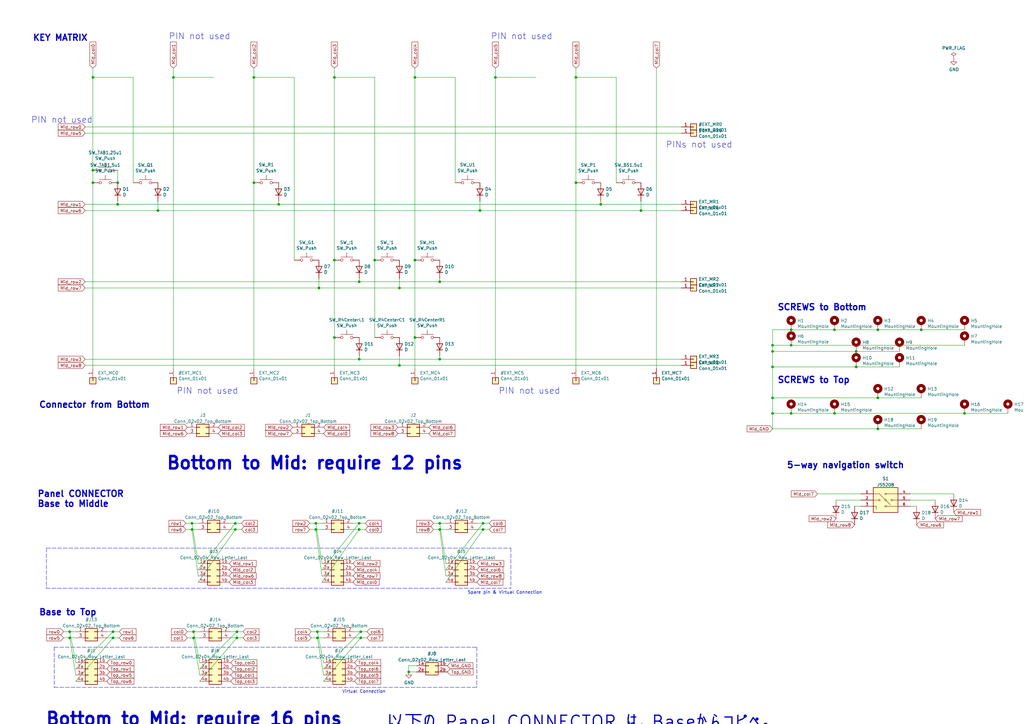
<source format=kicad_sch>
(kicad_sch (version 20211123) (generator eeschema)
  (paper "A3")
  (title_block (title "Sandy") (date "2023-01-04") (rev "v.0") (company "@jpskenn"))
  (lib_symbols
    (symbol "Connector_Generic:Conn_01x01" (pin_names (offset 1.016) hide)
      (property "Reference" "J" (at 0 2.54 0))
      (property "Value" "Conn_01x01" (at 0 -2.54 0))
      (symbol "Conn_01x01_1_1"
        (pin passive line (at -5.08 0 0) (length 3.81) (name "Pin_1") (number "1"))
      )
    )
    (symbol "Connector_Generic:Conn_02x02_Odd_Even" (pin_names (offset 1.016) hide)
      (property "Reference" "J" (at 1.27 2.54 0))
      (property "Value" "Conn_02x02_Odd_Even" (at 1.27 -5.08 0))
      (symbol "Conn_02x02_Odd_Even_1_1"
        (pin passive line (at -5.08 0 0) (length 3.81) (name "Pin_1") (number "1"))
        (pin passive line (at 7.62 0 180) (length 3.81) (name "Pin_2") (number "2"))
        (pin passive line (at -5.08 -2.54 0) (length 3.81) (name "Pin_3") (number "3"))
        (pin passive line (at 7.62 -2.54 180) (length 3.81) (name "Pin_4") (number "4"))
      )
    )
    (symbol "Connector_Generic:Conn_02x02_Row_Letter_Last" (pin_names (offset 1.016) hide)
      (property "Reference" "J" (at 1.27 2.54 0))
      (property "Value" "Conn_02x02_Row_Letter_Last" (at 1.27 -5.08 0))
      (symbol "Conn_02x02_Row_Letter_Last_1_1"
        (pin passive line (at -5.08 0 0) (length 3.81) (name "Pin_1a") (number "1a"))
        (pin passive line (at 7.62 0 180) (length 3.81) (name "Pin_1b") (number "1b"))
        (pin passive line (at -5.08 -2.54 0) (length 3.81) (name "Pin_2a") (number "2a"))
        (pin passive line (at 7.62 -2.54 180) (length 3.81) (name "Pin_2b") (number "2b"))
      )
    )
    (symbol "Connector_Generic:Conn_02x04_Row_Letter_Last" (pin_names (offset 1.016) hide)
      (property "Reference" "J" (at 1.27 5.08 0))
      (property "Value" "Conn_02x04_Row_Letter_Last" (at 1.27 -7.62 0))
      (symbol "Conn_02x04_Row_Letter_Last_1_1"
        (pin passive line (at -5.08 2.54 0) (length 3.81) (name "Pin_1a") (number "1a"))
        (pin passive line (at 7.62 2.54 180) (length 3.81) (name "Pin_1b") (number "1b"))
        (pin passive line (at -5.08 0 0) (length 3.81) (name "Pin_2a") (number "2a"))
        (pin passive line (at 7.62 0 180) (length 3.81) (name "Pin_2b") (number "2b"))
        (pin passive line (at -5.08 -2.54 0) (length 3.81) (name "Pin_3a") (number "3a"))
        (pin passive line (at 7.62 -2.54 180) (length 3.81) (name "Pin_3b") (number "3b"))
        (pin passive line (at -5.08 -5.08 0) (length 3.81) (name "Pin_4a") (number "4a"))
        (pin passive line (at 7.62 -5.08 180) (length 3.81) (name "Pin_4b") (number "4b"))
      )
    )
    (symbol "Device:D" (pin_numbers hide) (pin_names (offset 1.016) hide)
      (property "Reference" "D" (at 0 2.54 0))
      (property "Value" "D" (at 0 -2.54 0))
      (symbol "D_1_1"
        (pin passive line (at -3.81 0 0) (length 2.54) (name "K") (number "1"))
        (pin passive line (at 3.81 0 180) (length 2.54) (name "A") (number "2"))
      )
    )
    (symbol "JS5208:JS5208" (pin_names (offset 1.016))
      (property "Reference" "S" (at -5.08 6.35 0))
      (property "Value" "JS5208" (at -5.08 -7.62 0))
      (symbol "JS5208_0_0"
        (pin passive line (at -10.16 2.54 0) (length 5.08) (name "~") (number "1"))
        (pin passive line (at -10.16 0 0) (length 5.08) (name "~") (number "2"))
        (pin passive line (at -10.16 -2.54 0) (length 5.08) (name "~") (number "3"))
        (pin passive line (at 10.16 2.54 180) (length 5.08) (name "~") (number "4"))
        (pin passive line (at 10.16 0 180) (length 5.08) (name "~") (number "5"))
        (pin passive line (at 10.16 -2.54 180) (length 5.08) (name "~") (number "6"))
      )
    )
    (symbol "Mechanical:MountingHole_Pad" (pin_numbers hide) (pin_names (offset 1.016) hide)
      (property "Reference" "H" (at 0 6.35 0))
      (property "Value" "MountingHole_Pad" (at 0 4.445 0))
      (symbol "MountingHole_Pad_1_1"
        (pin input line (at 0 -2.54 90) (length 2.54) (name "1") (number "1"))
      )
    )
    (symbol "Switch:SW_Push" (pin_numbers hide) (pin_names (offset 1.016) hide)
      (property "Reference" "SW" (at 1.27 2.54 0))
      (property "Value" "SW_Push" (at 0 -1.524 0))
      (symbol "SW_Push_0_1"
        (pin passive line (at -5.08 0 0) (length 2.54) (name "1") (number "1"))
        (pin passive line (at 5.08 0 180) (length 2.54) (name "2") (number "2"))
      )
    )
    (symbol "power:GND" (power) (pin_names (offset 0))
      (property "Value" "GND" (at 0 -3.81 0))
      (symbol "GND_1_1"
        (pin power_in line (at 0 0 270) (length 0) hide (name "GND") (number "1"))
      )
    )
    (symbol "power:PWR_FLAG" (power) (pin_numbers hide) (pin_names (offset 0) hide)
      (property "Value" "PWR_FLAG" (at 0 3.81 0))
      (symbol "PWR_FLAG_0_0"
        (pin power_out line (at 0 0 90) (length 0) (name "pwr") (number "1"))
      )
    )
  )
  (bus_alias "def-a" (members "row0" "row5" "col0" "col1"))
  (junction (at 147.32 115.57))
  (junction (at 104.14 31.75))
  (junction (at 236.22 74.93))
  (junction (at 196.85 86.36))
  (junction (at 180.34 147.32))
  (junction (at 78.74 217.17))
  (junction (at 324.485 169.545))
  (junction (at 147.32 147.32))
  (junction (at 342.265 135.255))
  (junction (at 28.575 261.62))
  (junction (at 180.34 115.57))
  (junction (at 137.16 31.75))
  (junction (at 316.865 163.195))
  (junction (at 316.865 141.605))
  (junction (at 48.26 83.82))
  (junction (at 28.575 259.08))
  (junction (at 79.375 261.62))
  (junction (at 79.375 259.08))
  (junction (at 198.12 217.17))
  (junction (at 170.18 31.75))
  (junction (at 64.77 86.36))
  (junction (at 163.83 118.11))
  (junction (at 342.265 169.545))
  (junction (at 316.865 150.495))
  (junction (at 48.26 74.93))
  (junction (at 262.89 86.36))
  (junction (at 236.22 31.75))
  (junction (at 147.32 217.17))
  (junction (at 360.045 135.255))
  (junction (at 46.355 261.62))
  (junction (at 163.83 149.86))
  (junction (at 130.81 118.11))
  (junction (at 38.1 31.75))
  (junction (at 351.155 144.145))
  (junction (at 246.38 83.82))
  (junction (at 104.14 74.93))
  (junction (at 137.16 138.43))
  (junction (at 395.605 169.545))
  (junction (at 97.155 259.08))
  (junction (at 147.955 261.62))
  (junction (at 180.34 217.17))
  (junction (at 137.16 106.68))
  (junction (at 153.67 106.68))
  (junction (at 167.64 275.59))
  (junction (at 324.485 135.255))
  (junction (at 147.32 214.63))
  (junction (at 170.18 106.68))
  (junction (at 96.52 214.63))
  (junction (at 71.12 31.75))
  (junction (at 38.1 74.93))
  (junction (at 316.865 144.145))
  (junction (at 316.865 169.545))
  (junction (at 38.1 69.85))
  (junction (at 97.155 261.62))
  (junction (at 170.18 138.43))
  (junction (at 129.54 214.63))
  (junction (at 203.2 31.75))
  (junction (at 129.54 217.17))
  (junction (at 96.52 217.17))
  (junction (at 130.175 259.08))
  (junction (at 46.355 259.08))
  (junction (at 360.045 163.195))
  (junction (at 351.155 150.495))
  (junction (at 147.955 259.08))
  (junction (at 114.3 83.82))
  (junction (at 78.74 214.63))
  (junction (at 360.045 175.895))
  (junction (at 130.175 261.62))
  (junction (at 180.34 214.63))
  (junction (at 324.485 141.605))
  (junction (at 377.825 135.255))
  (junction (at 198.12 214.63))
  (wire (pts (xy 360.045 135.255) (xy 377.825 135.255)))
  (wire (pts (xy 129.54 217.17) (xy 132.08 217.17)))
  (polyline (pts (xy 19.05 224.79) (xy 209.55 224.79)))
  (wire (pts (xy 132.08 233.68) (xy 147.32 214.63)))
  (wire (pts (xy 163.83 114.3) (xy 163.83 118.11)))
  (wire (pts (xy 144.78 217.17) (xy 147.32 217.17)))
  (wire (pts (xy 246.38 82.55) (xy 246.38 83.82)))
  (wire (pts (xy 182.88 233.68) (xy 198.12 214.63)))
  (wire (pts (xy 81.915 276.86) (xy 79.375 261.62)))
  (wire (pts (xy 342.265 169.545) (xy 324.485 169.545)))
  (wire (pts (xy 373.38 202.565) (xy 391.16 202.565)))
  (wire (pts (xy 31.115 279.4) (xy 46.355 261.62)))
  (wire (pts (xy 236.22 27.94) (xy 236.22 31.75)))
  (wire (pts (xy 180.34 147.32) (xy 279.4 147.32)))
  (wire (pts (xy 316.865 150.495) (xy 316.865 144.145)))
  (wire (pts (xy 246.38 83.82) (xy 279.4 83.82)))
  (wire (pts (xy 395.605 141.605) (xy 324.485 141.605)))
  (wire (pts (xy 38.1 74.93) (xy 38.1 151.13)))
  (wire (pts (xy 132.715 271.78) (xy 130.175 259.08)))
  (wire (pts (xy 147.32 214.63) (xy 149.86 214.63)))
  (wire (pts (xy 351.155 144.145) (xy 316.865 144.145)))
  (wire (pts (xy 96.52 214.63) (xy 99.06 214.63)))
  (wire (pts (xy 81.915 271.78) (xy 79.375 259.08)))
  (wire (pts (xy 81.28 231.14) (xy 78.74 214.63)))
  (wire (pts (xy 127 217.17) (xy 129.54 217.17)))
  (wire (pts (xy 262.89 82.55) (xy 262.89 86.36)))
  (wire (pts (xy 81.28 233.68) (xy 96.52 214.63)))
  (wire (pts (xy 395.605 169.545) (xy 342.265 169.545)))
  (wire (pts (xy 144.78 214.63) (xy 147.32 214.63)))
  (wire (pts (xy 34.925 54.61) (xy 279.4 54.61)))
  (wire (pts (xy 34.925 118.11) (xy 130.81 118.11)))
  (wire (pts (xy 153.67 31.75) (xy 137.16 31.75)))
  (wire (pts (xy 177.8 217.17) (xy 180.34 217.17)))
  (wire (pts (xy 377.825 163.195) (xy 360.045 163.195)))
  (polyline (pts (xy 195.58 265.43) (xy 195.58 281.94)))
  (wire (pts (xy 147.32 115.57) (xy 180.34 115.57)))
  (wire (pts (xy 147.32 217.17) (xy 149.86 217.17)))
  (wire (pts (xy 383.54 205.105) (xy 373.38 205.105)))
  (wire (pts (xy 38.1 27.94) (xy 38.1 31.75)))
  (wire (pts (xy 129.54 214.63) (xy 132.08 214.63)))
  (wire (pts (xy 375.92 207.645) (xy 373.38 207.645)))
  (wire (pts (xy 130.175 259.08) (xy 132.715 259.08)))
  (wire (pts (xy 78.74 214.63) (xy 81.28 214.63)))
  (wire (pts (xy 360.045 175.895) (xy 316.865 175.895)))
  (polyline (pts (xy 22.225 281.94) (xy 195.58 281.94)))
  (wire (pts (xy 150.495 261.62) (xy 147.955 261.62)))
  (wire (pts (xy 81.915 274.32) (xy 97.155 259.08)))
  (wire (pts (xy 97.155 261.62) (xy 94.615 261.62)))
  (wire (pts (xy 48.26 69.85) (xy 48.26 74.93)))
  (wire (pts (xy 368.935 150.495) (xy 351.155 150.495)))
  (wire (pts (xy 81.28 236.22) (xy 78.74 217.17)))
  (wire (pts (xy 76.835 261.62) (xy 79.375 261.62)))
  (wire (pts (xy 324.485 169.545) (xy 316.865 169.545)))
  (wire (pts (xy 87.63 31.75) (xy 71.12 31.75)))
  (wire (pts (xy 132.715 276.86) (xy 130.175 261.62)))
  (wire (pts (xy 46.355 261.62) (xy 43.815 261.62)))
  (wire (pts (xy 96.52 217.17) (xy 99.06 217.17)))
  (wire (pts (xy 104.14 31.75) (xy 104.14 74.93)))
  (wire (pts (xy 147.32 114.3) (xy 147.32 115.57)))
  (wire (pts (xy 120.65 31.75) (xy 120.65 106.68)))
  (wire (pts (xy 170.18 27.94) (xy 170.18 31.75)))
  (wire (pts (xy 147.955 261.62) (xy 145.415 261.62)))
  (wire (pts (xy 137.16 27.94) (xy 137.16 31.75)))
  (wire (pts (xy 38.1 31.75) (xy 38.1 69.85)))
  (wire (pts (xy 114.3 82.55) (xy 114.3 83.82)))
  (wire (pts (xy 177.8 214.63) (xy 180.34 214.63)))
  (wire (pts (xy 34.925 86.36) (xy 64.77 86.36)))
  (wire (pts (xy 147.955 259.08) (xy 150.495 259.08)))
  (wire (pts (xy 31.115 274.32) (xy 46.355 259.08)))
  (wire (pts (xy 71.12 31.75) (xy 71.12 151.13)))
  (wire (pts (xy 76.2 217.17) (xy 78.74 217.17)))
  (wire (pts (xy 252.73 31.75) (xy 236.22 31.75)))
  (wire (pts (xy 81.28 238.76) (xy 96.52 217.17)))
  (wire (pts (xy 269.24 27.94) (xy 269.24 151.13)))
  (wire (pts (xy 28.575 261.62) (xy 31.115 261.62)))
  (wire (pts (xy 137.16 138.43) (xy 137.16 151.13)))
  (wire (pts (xy 163.83 149.86) (xy 279.4 149.86)))
  (wire (pts (xy 104.14 74.93) (xy 104.14 151.13)))
  (wire (pts (xy 130.81 114.3) (xy 130.81 118.11)))
  (wire (pts (xy 48.895 261.62) (xy 46.355 261.62)))
  (wire (pts (xy 34.925 149.86) (xy 163.83 149.86)))
  (wire (pts (xy 132.715 274.32) (xy 147.955 259.08)))
  (wire (pts (xy 316.865 175.895) (xy 316.865 169.545)))
  (wire (pts (xy 93.98 214.63) (xy 96.52 214.63)))
  (polyline (pts (xy 19.05 224.79) (xy 19.05 241.3)))
  (wire (pts (xy 132.08 236.22) (xy 129.54 217.17)))
  (wire (pts (xy 413.385 169.545) (xy 395.605 169.545)))
  (wire (pts (xy 127 214.63) (xy 129.54 214.63)))
  (wire (pts (xy 163.83 146.05) (xy 163.83 149.86)))
  (wire (pts (xy 137.16 106.68) (xy 137.16 138.43)))
  (wire (pts (xy 130.175 261.62) (xy 132.715 261.62)))
  (wire (pts (xy 43.815 259.08) (xy 46.355 259.08)))
  (wire (pts (xy 26.035 259.08) (xy 28.575 259.08)))
  (wire (pts (xy 64.77 82.55) (xy 64.77 86.36)))
  (wire (pts (xy 34.925 115.57) (xy 147.32 115.57)))
  (polyline (pts (xy 18.9407 241.3) (xy 209.55 241.3)))
  (wire (pts (xy 198.12 214.63) (xy 200.66 214.63)))
  (wire (pts (xy 180.34 217.17) (xy 182.88 217.17)))
  (wire (pts (xy 186.69 31.75) (xy 186.69 74.93)))
  (wire (pts (xy 180.34 146.05) (xy 180.34 147.32)))
  (wire (pts (xy 48.26 82.55) (xy 48.26 83.82)))
  (wire (pts (xy 38.1 31.75) (xy 54.61 31.75)))
  (wire (pts (xy 104.14 27.94) (xy 104.14 31.75)))
  (wire (pts (xy 377.825 135.255) (xy 395.605 135.255)))
  (wire (pts (xy 236.22 74.93) (xy 236.22 151.13)))
  (wire (pts (xy 127.635 259.08) (xy 130.175 259.08)))
  (wire (pts (xy 28.575 259.08) (xy 31.115 259.08)))
  (wire (pts (xy 182.88 231.14) (xy 180.34 214.63)))
  (wire (pts (xy 195.58 214.63) (xy 198.12 214.63)))
  (polyline (pts (xy 22.225 265.43) (xy 22.225 281.94)))
  (wire (pts (xy 186.69 31.75) (xy 170.18 31.75)))
  (wire (pts (xy 153.67 31.75) (xy 153.67 106.68)))
  (wire (pts (xy 368.935 144.145) (xy 351.155 144.145)))
  (wire (pts (xy 335.28 202.565) (xy 353.06 202.565)))
  (wire (pts (xy 79.375 259.08) (xy 81.915 259.08)))
  (wire (pts (xy 132.08 231.14) (xy 129.54 214.63)))
  (wire (pts (xy 351.155 150.495) (xy 316.865 150.495)))
  (wire (pts (xy 64.77 86.36) (xy 196.85 86.36)))
  (wire (pts (xy 132.715 279.4) (xy 147.955 261.62)))
  (wire (pts (xy 182.88 238.76) (xy 198.12 217.17)))
  (wire (pts (xy 182.88 236.22) (xy 180.34 217.17)))
  (wire (pts (xy 31.115 271.78) (xy 28.575 259.08)))
  (wire (pts (xy 180.34 214.63) (xy 182.88 214.63)))
  (wire (pts (xy 170.18 106.68) (xy 170.18 138.43)))
  (wire (pts (xy 236.22 31.75) (xy 236.22 74.93)))
  (wire (pts (xy 316.865 141.605) (xy 316.865 135.255)))
  (wire (pts (xy 350.52 207.645) (xy 353.06 207.645)))
  (wire (pts (xy 170.18 138.43) (xy 170.18 151.13)))
  (wire (pts (xy 76.835 259.08) (xy 79.375 259.08)))
  (wire (pts (xy 93.98 217.17) (xy 96.52 217.17)))
  (wire (pts (xy 46.355 259.08) (xy 48.895 259.08)))
  (wire (pts (xy 203.2 27.94) (xy 203.2 31.75)))
  (wire (pts (xy 170.815 273.05) (xy 167.64 273.05)))
  (wire (pts (xy 97.155 259.08) (xy 99.695 259.08)))
  (wire (pts (xy 127.635 261.62) (xy 130.175 261.62)))
  (wire (pts (xy 94.615 259.08) (xy 97.155 259.08)))
  (wire (pts (xy 147.32 146.05) (xy 147.32 147.32)))
  (wire (pts (xy 170.815 275.59) (xy 167.64 275.59)))
  (wire (pts (xy 377.825 175.895) (xy 360.045 175.895)))
  (wire (pts (xy 170.18 31.75) (xy 170.18 106.68)))
  (wire (pts (xy 324.485 135.255) (xy 342.265 135.255)))
  (wire (pts (xy 252.73 31.75) (xy 252.73 74.93)))
  (wire (pts (xy 353.06 205.105) (xy 342.9 205.105)))
  (wire (pts (xy 99.695 261.62) (xy 97.155 261.62)))
  (wire (pts (xy 316.865 163.195) (xy 316.865 150.495)))
  (wire (pts (xy 76.2 214.63) (xy 78.74 214.63)))
  (wire (pts (xy 153.67 106.68) (xy 153.67 138.43)))
  (wire (pts (xy 48.26 83.82) (xy 114.3 83.82)))
  (wire (pts (xy 147.32 147.32) (xy 180.34 147.32)))
  (wire (pts (xy 196.85 86.36) (xy 262.89 86.36)))
  (wire (pts (xy 114.3 83.82) (xy 246.38 83.82)))
  (wire (pts (xy 180.34 114.3) (xy 180.34 115.57)))
  (wire (pts (xy 219.71 31.75) (xy 203.2 31.75)))
  (wire (pts (xy 180.34 115.57) (xy 279.4 115.57)))
  (wire (pts (xy 81.915 279.4) (xy 97.155 261.62)))
  (wire (pts (xy 34.925 83.82) (xy 48.26 83.82)))
  (wire (pts (xy 132.08 238.76) (xy 147.32 217.17)))
  (wire (pts (xy 279.4 86.36) (xy 262.89 86.36)))
  (polyline (pts (xy 209.55 224.79) (xy 209.55 241.3)))
  (wire (pts (xy 71.12 27.94) (xy 71.12 31.75)))
  (wire (pts (xy 130.81 118.11) (xy 163.83 118.11)))
  (wire (pts (xy 167.64 273.05) (xy 167.64 275.59)))
  (wire (pts (xy 38.1 69.85) (xy 38.1 74.93)))
  (wire (pts (xy 324.485 141.605) (xy 316.865 141.605)))
  (wire (pts (xy 196.85 82.55) (xy 196.85 86.36)))
  (wire (pts (xy 316.865 135.255) (xy 324.485 135.255)))
  (wire (pts (xy 31.115 276.86) (xy 28.575 261.62)))
  (wire (pts (xy 34.925 52.07) (xy 279.4 52.07)))
  (wire (pts (xy 26.035 261.62) (xy 28.575 261.62)))
  (wire (pts (xy 120.65 31.75) (xy 104.14 31.75)))
  (wire (pts (xy 195.58 217.17) (xy 198.12 217.17)))
  (wire (pts (xy 145.415 259.08) (xy 147.955 259.08)))
  (wire (pts (xy 54.61 31.75) (xy 54.61 74.93)))
  (wire (pts (xy 198.12 217.17) (xy 200.66 217.17)))
  (wire (pts (xy 316.865 144.145) (xy 316.865 141.605)))
  (wire (pts (xy 137.16 31.75) (xy 137.16 106.68)))
  (wire (pts (xy 163.83 118.11) (xy 279.4 118.11)))
  (wire (pts (xy 203.2 31.75) (xy 203.2 151.13)))
  (polyline (pts (xy 22.225 265.43) (xy 195.58 265.43)))
  (wire (pts (xy 78.74 217.17) (xy 81.28 217.17)))
  (wire (pts (xy 79.375 261.62) (xy 81.915 261.62)))
  (wire (pts (xy 316.865 169.545) (xy 316.865 163.195)))
  (wire (pts (xy 34.925 147.32) (xy 147.32 147.32)))
  (wire (pts (xy 342.265 135.255) (xy 360.045 135.255)))
  (wire (pts (xy 360.045 163.195) (xy 316.865 163.195)))
  (text "コピペ手順\n\n1. Baseの回路図から \"Panel CONNECTOR\" の箇所をまるごとコピペ\n2. Baseのコネクタ（J6,7,8,9.10,15）の頭に \"#\" をつけて仮想シンボル化\n　　例： J6 → #J6" (at 158.115 352.425 0) (effects (font (size 2.54 2.54)) (justify left bottom)))
  (text "PIN not used" (at 204.47 161.925 0) (effects (font (size 2.54 2.54)) (justify left bottom)))
  (text "PIN not used" (at 201.295 16.51 0) (effects (font (size 2.54 2.54)) (justify left bottom)))
  (text "Virtual Connection" (at 140.335 284.48 0) (effects (font (size 1.27 1.27)) (justify left bottom)))
  (text "以下の Panel CONNECTOR は、Baseからコピペ。\nERCの警告「別パネルのラベルがどこにも接続されていない」は、無視してOK。\n\n！！！他の警告（ラベルかぶりとか）は、しっかりチェックせよ！！！" (at 158.115 323.85 0) (effects (font (size 5.08 5.08) (thickness 0.508) bold) (justify left bottom)))
  (text "Spare pin & Virtual Connection" (at 191.77 243.84 0) (effects (font (size 1.27 1.27)) (justify left bottom)))
  (text "Bottom to Mid: require 12 pins" (at 67.945 193.04 0) (effects (font (size 5.08 5.08) (thickness 1.016) bold) (justify left bottom)))
  (text "Bottom to Mid: require 16 pins\n\nMid to Top: require 12 pins" (at 18.415 314.325 0) (effects (font (size 5.08 5.08) (thickness 1.016) bold) (justify left bottom)))
  (text "Panel CONNECTOR\nBase to Middle" (at 15.24 208.28 0) (effects (font (size 2.54 2.54) (thickness 0.508) bold) (justify left bottom)))
  (text "Connector from Bottom" (at 15.875 167.64 0) (effects (font (size 2.54 2.54) (thickness 0.508) bold) (justify left bottom)))
  (text "SCREWS to Bottom" (at 318.77 127.635 0) (effects (font (size 2.54 2.54) (thickness 0.508) bold) (justify left bottom)))
  (text "SCREWS to Top" (at 318.77 157.48 0) (effects (font (size 2.54 2.54) (thickness 0.508) bold) (justify left bottom)))
  (text "PIN not used" (at 72.39 161.925 0) (effects (font (size 2.54 2.54)) (justify left bottom)))
  (text "5-way navigation switch" (at 322.58 192.405 0) (effects (font (size 2.54 2.54) (thickness 0.508) bold) (justify left bottom)))
  (text "Base to Top" (at 15.875 252.73 0) (effects (font (size 2.54 2.54) (thickness 0.508) bold) (justify left bottom)))
  (text "KEY MATRIX" (at 13.335 17.145 0) (effects (font (size 2.54 2.54) (thickness 0.508) bold) (justify left bottom)))
  (text "PIN not used" (at 12.7 50.8 0) (effects (font (size 2.54 2.54)) (justify left bottom)))
  (text "PINs not used" (at 273.05 60.96 0) (effects (font (size 2.54 2.54)) (justify left bottom)))
  (text "PIN not used" (at 69.215 16.51 0) (effects (font (size 2.54 2.54)) (justify left bottom)))
  (global_label "col2" (shape input) (at 99.06 214.63 0) (property "シート間のリファレンス" "${INTERSHEET_REFS}" (effects hide)))
  (global_label "Mid_row1" (shape input) (at 34.925 83.82 180) (property "シート間のリファレンス" "${INTERSHEET_REFS}" (effects hide)))
  (global_label "Mid_col1" (shape input) (at 71.12 27.94 90) (property "シート間のリファレンス" "${INTERSHEET_REFS}" (effects hide)))
  (global_label "Mid_row3" (shape input) (at 195.58 231.14 0) (property "シート間のリファレンス" "${INTERSHEET_REFS}" (effects hide)))
  (global_label "Mid_row6" (shape input) (at 93.98 236.22 0) (property "シート間のリファレンス" "${INTERSHEET_REFS}" (effects hide)))
  (global_label "Mid_col0" (shape input) (at 144.78 238.76 0) (property "シート間のリファレンス" "${INTERSHEET_REFS}" (effects hide)))
  (global_label "Mid_col0" (shape input) (at 38.1 27.94 90) (property "シート間のリファレンス" "${INTERSHEET_REFS}" (effects hide)))
  (global_label "Mid_row2" (shape input) (at 120.015 175.26 180) (property "シート間のリファレンス" "${INTERSHEET_REFS}" (effects hide)))
  (global_label "Mid_col4" (shape input) (at 144.78 233.68 0) (property "シート間のリファレンス" "${INTERSHEET_REFS}" (effects hide)))
  (global_label "Mid_row5" (shape input) (at 34.925 54.61 180) (property "シート間のリファレンス" "${INTERSHEET_REFS}" (effects hide)))
  (global_label "col0" (shape input) (at 149.86 217.17 0) (property "シート間のリファレンス" "${INTERSHEET_REFS}" (effects hide)))
  (global_label "col7" (shape input) (at 200.66 217.17 0) (property "シート間のリファレンス" "${INTERSHEET_REFS}" (effects hide)))
  (global_label "Mid_col3" (shape input) (at 93.98 238.76 0) (property "シート間のリファレンス" "${INTERSHEET_REFS}" (effects hide)))
  (global_label "Top_row0" (shape input) (at 43.815 271.78 0) (property "シート間のリファレンス" "${INTERSHEET_REFS}" (effects hide)))
  (global_label "Mid_col3" (shape input) (at 137.16 27.94 90) (property "シート間のリファレンス" "${INTERSHEET_REFS}" (effects hide)))
  (global_label "Mid_GND" (shape input) (at 183.515 273.05 0) (property "シート間のリファレンス" "${INTERSHEET_REFS}" (effects hide)))
  (global_label "col2" (shape input) (at 99.695 259.08 0) (property "シート間のリファレンス" "${INTERSHEET_REFS}" (effects hide)))
  (global_label "Mid_col4" (shape input) (at 170.18 27.94 90) (property "シート間のリファレンス" "${INTERSHEET_REFS}" (effects hide)))
  (global_label "row1" (shape input) (at 76.2 214.63 180) (property "シート間のリファレンス" "${INTERSHEET_REFS}" (effects hide)))
  (global_label "row0" (shape input) (at 26.035 259.08 180) (property "シート間のリファレンス" "${INTERSHEET_REFS}" (effects hide)))
  (global_label "Top_col3" (shape input) (at 94.615 279.4 0) (property "シート間のリファレンス" "${INTERSHEET_REFS}" (effects hide)))
  (global_label "Mid_col2" (shape input) (at 89.535 175.26 0) (property "シート間のリファレンス" "${INTERSHEET_REFS}" (effects hide)))
  (global_label "Mid_row8" (shape input) (at 34.925 149.86 180) (property "シート間のリファレンス" "${INTERSHEET_REFS}" (effects hide)))
  (global_label "Mid_GND" (shape input) (at 316.865 175.895 180) (property "シート間のリファレンス" "${INTERSHEET_REFS}" (effects hide)))
  (global_label "Mid_col3" (shape input) (at 89.535 177.8 0) (property "シート間のリファレンス" "${INTERSHEET_REFS}" (effects hide)))
  (global_label "Mid_row2" (shape input) (at 144.78 231.14 0) (property "シート間のリファレンス" "${INTERSHEET_REFS}" (effects hide)))
  (global_label "Mid_row8" (shape input) (at 195.58 236.22 0) (property "シート間のリファレンス" "${INTERSHEET_REFS}" (effects hide)))
  (global_label "Mid_row7" (shape input) (at 34.925 118.11 180) (property "シート間のリファレンス" "${INTERSHEET_REFS}" (effects hide)))
  (global_label "Mid_row2" (shape input) (at 34.925 115.57 180) (property "シート間のリファレンス" "${INTERSHEET_REFS}" (effects hide)))
  (global_label "col4" (shape input) (at 127.635 259.08 180) (property "シート間のリファレンス" "${INTERSHEET_REFS}" (effects hide)))
  (global_label "Mid_col6" (shape input) (at 236.22 27.94 90) (property "シート間のリファレンス" "${INTERSHEET_REFS}" (effects hide)))
  (global_label "Mid_col2" (shape input) (at 93.98 233.68 0) (property "シート間のリファレンス" "${INTERSHEET_REFS}" (effects hide)))
  (global_label "Mid_row0" (shape input) (at 34.925 52.07 180) (property "シート間のリファレンス" "${INTERSHEET_REFS}" (effects hide)))
  (global_label "row5" (shape input) (at 26.035 261.62 180) (property "シート間のリファレンス" "${INTERSHEET_REFS}" (effects hide)))
  (global_label "col4" (shape input) (at 149.86 214.63 0) (property "シート間のリファレンス" "${INTERSHEET_REFS}" (effects hide)))
  (global_label "Mid_row6" (shape input) (at 375.92 215.265 0) (property "シート間のリファレンス" "${INTERSHEET_REFS}" (effects hide)))
  (global_label "Top_col2" (shape input) (at 94.615 274.32 0) (property "シート間のリファレンス" "${INTERSHEET_REFS}" (effects hide)))
  (global_label "Mid_col0" (shape input) (at 132.715 177.8 0) (property "シート間のリファレンス" "${INTERSHEET_REFS}" (effects hide)))
  (global_label "Mid_row7" (shape input) (at 144.78 236.22 0) (property "シート間のリファレンス" "${INTERSHEET_REFS}" (effects hide)))
  (global_label "Mid_col5" (shape input) (at 203.2 27.94 90) (property "シート間のリファレンス" "${INTERSHEET_REFS}" (effects hide)))
  (global_label "col3" (shape input) (at 99.695 261.62 0) (property "シート間のリファレンス" "${INTERSHEET_REFS}" (effects hide)))
  (global_label "Top_col4" (shape input) (at 145.415 271.78 0) (property "シート間のリファレンス" "${INTERSHEET_REFS}" (effects hide)))
  (global_label "row8" (shape input) (at 177.8 217.17 180) (property "シート間のリファレンス" "${INTERSHEET_REFS}" (effects hide)))
  (global_label "Mid_row3" (shape input) (at 34.925 147.32 180) (property "シート間のリファレンス" "${INTERSHEET_REFS}" (effects hide)))
  (global_label "Top_col5" (shape input) (at 145.415 276.86 0) (property "シート間のリファレンス" "${INTERSHEET_REFS}" (effects hide)))
  (global_label "Mid_row3" (shape input) (at 163.195 175.26 180) (property "シート間のリファレンス" "${INTERSHEET_REFS}" (effects hide)))
  (global_label "col7" (shape input) (at 150.495 261.62 0) (property "シート間のリファレンス" "${INTERSHEET_REFS}" (effects hide)))
  (global_label "col0" (shape input) (at 76.835 259.08 180) (property "シート間のリファレンス" "${INTERSHEET_REFS}" (effects hide)))
  (global_label "Mid_row7" (shape input) (at 120.015 177.8 180) (property "シート間のリファレンス" "${INTERSHEET_REFS}" (effects hide)))
  (global_label "Top_col6" (shape input) (at 145.415 274.32 0) (property "シート間のリファレンス" "${INTERSHEET_REFS}" (effects hide)))
  (global_label "Top_row1" (shape input) (at 43.815 274.32 0) (property "シート間のリファレンス" "${INTERSHEET_REFS}" (effects hide)))
  (global_label "col3" (shape input) (at 99.06 217.17 0) (property "シート間のリファレンス" "${INTERSHEET_REFS}" (effects hide)))
  (global_label "Mid_row2" (shape input) (at 342.9 212.725 180) (property "シート間のリファレンス" "${INTERSHEET_REFS}" (effects hide)))
  (global_label "row6" (shape input) (at 48.895 261.62 0) (property "シート間のリファレンス" "${INTERSHEET_REFS}" (effects hide)))
  (global_label "Mid_row7" (shape input) (at 383.54 212.725 0) (property "シート間のリファレンス" "${INTERSHEET_REFS}" (effects hide)))
  (global_label "Mid_row1" (shape input) (at 76.835 175.26 180) (property "シート間のリファレンス" "${INTERSHEET_REFS}" (effects hide)))
  (global_label "col1" (shape input) (at 76.835 261.62 180) (property "シート間のリファレンス" "${INTERSHEET_REFS}" (effects hide)))
  (global_label "row2" (shape input) (at 127 214.63 180) (property "シート間のリファレンス" "${INTERSHEET_REFS}" (effects hide)))
  (global_label "Mid_row1" (shape input) (at 93.98 231.14 0) (property "シート間のリファレンス" "${INTERSHEET_REFS}" (effects hide)))
  (global_label "Mid_col6" (shape input) (at 175.895 175.26 0) (property "シート間のリファレンス" "${INTERSHEET_REFS}" (effects hide)))
  (global_label "Mid_col7" (shape input) (at 269.24 27.94 90) (property "シート間のリファレンス" "${INTERSHEET_REFS}" (effects hide)))
  (global_label "Top_col1" (shape input) (at 94.615 276.86 0) (property "シート間のリファレンス" "${INTERSHEET_REFS}" (effects hide)))
  (global_label "row3" (shape input) (at 177.8 214.63 180) (property "シート間のリファレンス" "${INTERSHEET_REFS}" (effects hide)))
  (global_label "Top_col7" (shape input) (at 145.415 279.4 0) (property "シート間のリファレンス" "${INTERSHEET_REFS}" (effects hide)))
  (global_label "row7" (shape input) (at 127 217.17 180) (property "シート間のリファレンス" "${INTERSHEET_REFS}" (effects hide)))
  (global_label "Mid_col7" (shape input) (at 335.28 202.565 180) (property "シート間のリファレンス" "${INTERSHEET_REFS}" (effects hide)))
  (global_label "Mid_col6" (shape input) (at 195.58 233.68 0) (property "シート間のリファレンス" "${INTERSHEET_REFS}" (effects hide)))
  (global_label "Mid_row6" (shape input) (at 76.835 177.8 180) (property "シート間のリファレンス" "${INTERSHEET_REFS}" (effects hide)))
  (global_label "Mid_row1" (shape input) (at 391.16 210.185 0) (property "シート間のリファレンス" "${INTERSHEET_REFS}" (effects hide)))
  (global_label "col6" (shape input) (at 200.66 214.63 0) (property "シート間のリファレンス" "${INTERSHEET_REFS}" (effects hide)))
  (global_label "Top_row5" (shape input) (at 43.815 276.86 0) (property "シート間のリファレンス" "${INTERSHEET_REFS}" (effects hide)))
  (global_label "row6" (shape input) (at 76.2 217.17 180) (property "シート間のリファレンス" "${INTERSHEET_REFS}" (effects hide)))
  (global_label "col5" (shape input) (at 127.635 261.62 180) (property "シート間のリファレンス" "${INTERSHEET_REFS}" (effects hide)))
  (global_label "row1" (shape input) (at 48.895 259.08 0) (property "シート間のリファレンス" "${INTERSHEET_REFS}" (effects hide)))
  (global_label "Mid_col2" (shape input) (at 104.14 27.94 90) (property "シート間のリファレンス" "${INTERSHEET_REFS}" (effects hide)))
  (global_label "col6" (shape input) (at 150.495 259.08 0) (property "シート間のリファレンス" "${INTERSHEET_REFS}" (effects hide)))
  (global_label "Top_GND" (shape input) (at 183.515 275.59 0) (property "シート間のリファレンス" "${INTERSHEET_REFS}" (effects hide)))
  (global_label "Mid_row8" (shape input) (at 350.52 215.265 180) (property "シート間のリファレンス" "${INTERSHEET_REFS}" (effects hide)))
  (global_label "Top_col0" (shape input) (at 94.615 271.78 0) (property "シート間のリファレンス" "${INTERSHEET_REFS}" (effects hide)))
  (global_label "Mid_col7" (shape input) (at 175.895 177.8 0) (property "シート間のリファレンス" "${INTERSHEET_REFS}" (effects hide)))
  (global_label "Top_row6" (shape input) (at 43.815 279.4 0) (property "シート間のリファレンス" "${INTERSHEET_REFS}" (effects hide)))
  (global_label "Mid_row6" (shape input) (at 34.925 86.36 180) (property "シート間のリファレンス" "${INTERSHEET_REFS}" (effects hide)))
  (global_label "Mid_row8" (shape input) (at 163.195 177.8 180) (property "シート間のリファレンス" "${INTERSHEET_REFS}" (effects hide)))
  (global_label "Mid_col4" (shape input) (at 132.715 175.26 0) (property "シート間のリファレンス" "${INTERSHEET_REFS}" (effects hide)))
  (global_label "Mid_col7" (shape input) (at 195.58 238.76 0) (property "シート間のリファレンス" "${INTERSHEET_REFS}" (effects hide)))
  (symbol (lib_id "power:PWR_FLAG") (at 391.16 24.13 0) (unit 1)
    (property "Reference" "#FLG03" (effects hide))
    (property "Value" "PWR_FLAG" (at 391.16 19.7358 0))
  )
  (symbol (lib_id "power:GND") (at 391.16 24.13 0) (unit 1)
    (property "Reference" "#PWR019" (effects hide))
    (property "Value" "GND" (at 391.287 28.5242 0))
  )
  (symbol (lib_id "Device:D") (at 262.89 78.74 90) (unit 1)
    (property "Reference" "D6" (at 264.922 77.5716 90) (effects (justify right)))
    (property "Value" "D" (at 264.922 79.883 90) (effects (justify right)))
    (property "Footprint" "locallib:D_SOD-123_Emphasized_Direction_Line" (effects hide))
    (property "LCSC" "C81598" (effects hide))
  )
  (symbol (lib_id "Connector_Generic:Conn_01x01") (at 137.16 156.21 270) (unit 1)
    (property "Reference" "EXT_MC3" (at 139.192 152.9588 90) (effects (justify left)))
    (property "Value" "Conn_01x01" (at 139.192 155.2702 90) (effects (justify left)))
    (property "Footprint" "TestPoint:TestPoint_THTPad_D2.0mm_Drill1.0mm" (effects hide))
  )
  (symbol (lib_id "Device:D") (at 180.34 110.49 90) (unit 1)
    (property "Reference" "D10" (at 182.372 109.3216 90) (effects (justify right)))
    (property "Value" "D" (at 182.372 111.633 90) (effects (justify right)))
    (property "Footprint" "locallib:D_SOD-123_Emphasized_Direction_Line" (effects hide))
    (property "LCSC" "C81598" (effects hide))
  )
  (symbol (lib_id "Connector_Generic:Conn_02x02_Odd_Even") (at 137.16 214.63 0) (unit 1)
    (property "Reference" "#J11" (at 138.43 209.6602 0))
    (property "Value" "Conn_02x02_Top_Bottom" (at 138.43 212.1971 0))
    (property "Footprint" "locallib:JST_SH_SM04B-SRSS-TB_1x04-1MP_P1.00mm_Horizontal_wCable_housing_spare_pin" (effects hide))
  )
  (symbol (lib_id "Device:D") (at 114.3 78.74 90) (unit 1)
    (property "Reference" "D3" (at 116.332 77.5716 90) (effects (justify right)))
    (property "Value" "D" (at 116.332 79.883 90) (effects (justify right)))
    (property "Footprint" "locallib:D_SOD-123_Emphasized_Direction_Line" (effects hide))
    (property "LCSC" "C81598" (effects hide))
  )
  (symbol (lib_id "Connector_Generic:Conn_02x02_Row_Letter_Last") (at 175.895 273.05 0) (unit 1)
    (property "Reference" "#J8" (at 177.165 268.0802 0))
    (property "Value" "Conn_02x02_Row_Letter_Last" (at 177.165 270.6171 0))
  )
  (symbol (lib_id "Device:D") (at 147.32 142.24 90) (unit 1)
    (property "Reference" "D11" (at 149.352 141.0716 90) (effects (justify right)))
    (property "Value" "D" (at 149.352 143.383 90) (effects (justify right)))
    (property "Footprint" "locallib:D_SOD-123_Emphasized_Direction_Line" (effects hide))
    (property "LCSC" "C81598" (effects hide))
  )
  (symbol (lib_id "Device:D") (at 147.32 110.49 90) (unit 1)
    (property "Reference" "D8" (at 149.352 109.3216 90) (effects (justify right)))
    (property "Value" "D" (at 149.352 111.633 90) (effects (justify right)))
    (property "Footprint" "locallib:D_SOD-123_Emphasized_Direction_Line" (effects hide))
    (property "LCSC" "C81598" (effects hide))
  )
  (symbol (lib_id "Mechanical:MountingHole_Pad") (at 368.935 147.955 0) (unit 1)
    (property "Reference" "H11" (at 371.475 146.7866 0) (effects (justify left)))
    (property "Value" "MountingHole" (at 371.475 149.098 0) (effects (justify left)))
    (property "Footprint" "locallib:MountingHole_2.2mm_M2_Pad_minimal" (effects hide))
  )
  (symbol (lib_id "Connector_Generic:Conn_02x02_Odd_Even") (at 187.96 214.63 0) (unit 1)
    (property "Reference" "#J12" (at 189.23 209.6602 0))
    (property "Value" "Conn_02x02_Top_Bottom" (at 189.23 212.1971 0))
    (property "Footprint" "locallib:JST_SH_SM04B-SRSS-TB_1x04-1MP_P1.00mm_Horizontal_wCable_housing_spare_pin" (effects hide))
  )
  (symbol (lib_id "Switch:SW_Push") (at 257.81 74.93 0) (unit 1)
    (property "Reference" "SW_BS1.5u1" (at 257.81 67.691 0))
    (property "Value" "SW_Push" (at 257.81 70.0024 0))
    (property "Footprint" "MX_Alps_Hybrid:MXOnly-1.5U-NoLED" (effects hide))
  )
  (symbol (lib_id "Device:D") (at 350.52 211.455 90) (unit 1)
    (property "Reference" "D17" (at 352.552 210.2866 90) (effects (justify right)))
    (property "Value" "D" (at 352.552 212.598 90) (effects (justify right)))
    (property "Footprint" "locallib:D_SOD-123_Emphasized_Direction_Line" (effects hide))
    (property "LCSC" "C81598" (effects hide))
  )
  (symbol (lib_id "Switch:SW_Push") (at 175.26 106.68 0) (unit 1)
    (property "Reference" "SW_H1" (at 175.26 99.441 0))
    (property "Value" "SW_Push" (at 175.26 101.7524 0))
    (property "Footprint" "MX_Alps_Hybrid:MXOnly-1U-NoLED" (effects hide))
  )
  (symbol (lib_id "Connector_Generic:Conn_02x04_Row_Letter_Last") (at 187.96 233.68 0) (unit 1)
    (property "Reference" "#J5" (at 189.23 226.1702 0))
    (property "Value" "Conn_02x04_Row_Letter_Last" (at 189.23 228.7071 0))
  )
  (symbol (lib_id "Mechanical:MountingHole_Pad") (at 351.155 141.605 0) (unit 1)
    (property "Reference" "H8" (at 353.695 140.4366 0) (effects (justify left)))
    (property "Value" "MountingHole" (at 353.695 142.748 0) (effects (justify left)))
    (property "Footprint" "locallib:MountingHole_2.2mm_M2_Pad_minimal" (effects hide))
  )
  (symbol (lib_id "Device:D") (at 246.38 78.74 90) (unit 1)
    (property "Reference" "D5" (at 248.412 77.5716 90) (effects (justify right)))
    (property "Value" "D" (at 248.412 79.883 90) (effects (justify right)))
    (property "Footprint" "locallib:D_SOD-123_Emphasized_Direction_Line" (effects hide))
    (property "LCSC" "C81598" (effects hide))
  )
  (symbol (lib_id "Connector_Generic:Conn_02x02_Odd_Even") (at 168.275 175.26 0) (unit 1)
    (property "Reference" "J2" (at 169.545 170.2902 0))
    (property "Value" "Conn_02x02_Top_Bottom" (at 169.545 172.8271 0))
    (property "Footprint" "locallib:JST_SH_SM04B-SRSS-TB_1x04-1MP_P1.00mm_Horizontal_wCable_housing_spare_pin" (effects hide))
    (property "LCSC" "C371510" (effects hide))
  )
  (symbol (lib_id "Connector_Generic:Conn_01x01") (at 284.48 118.11 0) (unit 1)
    (property "Reference" "EXT_MR7" (at 286.512 117.0432 0) (effects (justify left)))
    (property "Value" "Conn_01x01" (at 286.512 119.3546 0) (effects (justify left)))
    (property "Footprint" "TestPoint:TestPoint_THTPad_D2.0mm_Drill1.0mm" (effects hide))
  )
  (symbol (lib_id "Mechanical:MountingHole_Pad") (at 395.605 132.715 0) (unit 1)
    (property "Reference" "H5" (at 398.145 131.5466 0) (effects (justify left)))
    (property "Value" "MountingHole" (at 398.145 133.858 0) (effects (justify left)))
    (property "Footprint" "locallib:MountingHole_2.2mm_M2_Pad_minimal" (effects hide))
  )
  (symbol (lib_id "Connector_Generic:Conn_02x04_Row_Letter_Last") (at 137.16 233.68 0) (unit 1)
    (property "Reference" "#J4" (at 138.43 226.1702 0))
    (property "Value" "Conn_02x04_Row_Letter_Last" (at 138.43 228.7071 0))
  )
  (symbol (lib_id "Connector_Generic:Conn_02x02_Odd_Even") (at 125.095 175.26 0) (unit 1)
    (property "Reference" "J1" (at 126.365 170.2902 0))
    (property "Value" "Conn_02x02_Top_Bottom" (at 126.365 172.8271 0))
    (property "Footprint" "locallib:JST_SH_SM04B-SRSS-TB_1x04-1MP_P1.00mm_Horizontal_wCable_housing_spare_pin" (effects hide))
    (property "LCSC" "C371510" (effects hide))
  )
  (symbol (lib_id "Switch:SW_Push") (at 158.75 106.68 0) (unit 1)
    (property "Reference" "SW_'1" (at 158.75 99.441 0))
    (property "Value" "SW_Push" (at 158.75 101.7524 0))
    (property "Footprint" "MX_Alps_Hybrid:MXOnly-1U-NoLED" (effects hide))
  )
  (symbol (lib_id "Mechanical:MountingHole_Pad") (at 324.485 132.715 0) (unit 1)
    (property "Reference" "H1" (at 327.025 131.5466 0) (effects (justify left)))
    (property "Value" "MountingHole" (at 327.025 133.858 0) (effects (justify left)))
    (property "Footprint" "locallib:MountingHole_2.2mm_M2_Pad_minimal" (effects hide))
  )
  (symbol (lib_id "Connector_Generic:Conn_01x01") (at 284.48 52.07 0) (unit 1)
    (property "Reference" "#EXT_MR0" (at 286.512 51.0032 0) (effects (justify left)))
    (property "Value" "Conn_01x01" (at 286.512 53.3146 0) (effects (justify left)))
    (property "Footprint" "TestPoint:TestPoint_THTPad_D2.0mm_Drill1.0mm" (effects hide))
  )
  (symbol (lib_id "Switch:SW_Push") (at 109.22 74.93 0) (unit 1)
    (property "Reference" "SW_R1" (at 109.22 67.564 0))
    (property "Value" "SW_Push" (at 109.22 70.0024 0))
    (property "Footprint" "MX_Alps_Hybrid:MXOnly-1U-NoLED" (effects hide))
  )
  (symbol (lib_id "Connector_Generic:Conn_01x01") (at 284.48 83.82 0) (unit 1)
    (property "Reference" "EXT_MR1" (at 286.512 82.7532 0) (effects (justify left)))
    (property "Value" "Conn_01x01" (at 286.512 85.0646 0) (effects (justify left)))
    (property "Footprint" "TestPoint:TestPoint_THTPad_D2.0mm_Drill1.0mm" (effects hide))
  )
  (symbol (lib_id "Device:D") (at 196.85 78.74 90) (unit 1)
    (property "Reference" "D4" (at 198.882 77.5716 90) (effects (justify right)))
    (property "Value" "D" (at 198.882 79.883 90) (effects (justify right)))
    (property "Footprint" "locallib:D_SOD-123_Emphasized_Direction_Line" (effects hide))
    (property "LCSC" "C81598" (effects hide))
  )
  (symbol (lib_id "Device:D") (at 383.54 208.915 90) (unit 1)
    (property "Reference" "D16" (at 385.572 207.7466 90) (effects (justify right)))
    (property "Value" "D" (at 385.572 210.058 90) (effects (justify right)))
    (property "Footprint" "locallib:D_SOD-123_Emphasized_Direction_Line" (effects hide))
    (property "LCSC" "C81598" (effects hide))
  )
  (symbol (lib_id "Device:D") (at 180.34 142.24 90) (unit 1)
    (property "Reference" "D13" (at 182.372 141.0716 90) (effects (justify right)))
    (property "Value" "D" (at 182.372 143.383 90) (effects (justify right)))
    (property "Footprint" "locallib:D_SOD-123_Emphasized_Direction_Line" (effects hide))
    (property "LCSC" "C81598" (effects hide))
  )
  (symbol (lib_id "Connector_Generic:Conn_01x01") (at 71.12 156.21 270) (unit 1)
    (property "Reference" "#EXT_MC1" (at 73.152 152.9588 90) (effects (justify left)))
    (property "Value" "Conn_01x01" (at 73.152 155.2702 90) (effects (justify left)))
    (property "Footprint" "TestPoint:TestPoint_THTPad_D2.0mm_Drill1.0mm" (effects hide))
  )
  (symbol (lib_id "Mechanical:MountingHole_Pad") (at 360.045 160.655 0) (unit 1)
    (property "Reference" "H12" (at 362.585 159.4866 0) (effects (justify left)))
    (property "Value" "MountingHole" (at 362.585 161.798 0) (effects (justify left)))
    (property "Footprint" "locallib:MountingHole_2.2mm_M2_Pad_minimal" (effects hide))
  )
  (symbol (lib_id "Mechanical:MountingHole_Pad") (at 360.045 173.355 0) (unit 1)
    (property "Reference" "H18" (at 362.585 172.1866 0) (effects (justify left)))
    (property "Value" "MountingHole" (at 362.585 174.498 0) (effects (justify left)))
    (property "Footprint" "locallib:MountingHole_2.2mm_M2_Pad_minimal" (effects hide))
  )
  (symbol (lib_id "power:GND") (at 167.64 275.59 0) (unit 1)
    (property "Reference" "#PWR034" (effects hide))
    (property "Value" "GND" (at 167.767 279.9842 0))
  )
  (symbol (lib_id "Switch:SW_Push") (at 142.24 106.68 0) (unit 1)
    (property "Reference" "SW_;1" (at 142.24 99.441 0))
    (property "Value" "SW_Push" (at 142.24 101.7524 0))
    (property "Footprint" "MX_Alps_Hybrid:MXOnly-1U-NoLED" (effects hide))
  )
  (symbol (lib_id "Mechanical:MountingHole_Pad") (at 395.605 167.005 0) (unit 1)
    (property "Reference" "H16" (at 398.145 165.8366 0) (effects (justify left)))
    (property "Value" "MountingHole" (at 398.145 168.148 0) (effects (justify left)))
    (property "Footprint" "locallib:MountingHole_2.2mm_M2_Pad_minimal" (effects hide))
  )
  (symbol (lib_id "Switch:SW_Push") (at 241.3 74.93 0) (unit 1)
    (property "Reference" "SW_P1" (at 241.3 67.691 0))
    (property "Value" "SW_Push" (at 241.3 70.0024 0))
    (property "Footprint" "MX_Alps_Hybrid:MXOnly-1U-NoLED" (effects hide))
  )
  (symbol (lib_id "Connector_Generic:Conn_02x04_Row_Letter_Last") (at 137.795 274.32 0) (unit 1)
    (property "Reference" "#J7" (at 139.065 266.8102 0))
    (property "Value" "Conn_02x04_Row_Letter_Last" (at 139.065 269.3471 0))
  )
  (symbol (lib_id "Mechanical:MountingHole_Pad") (at 360.045 132.715 0) (unit 1)
    (property "Reference" "H3" (at 362.585 131.5466 0) (effects (justify left)))
    (property "Value" "MountingHole" (at 362.585 133.858 0) (effects (justify left)))
    (property "Footprint" "locallib:MountingHole_2.2mm_M2_Pad_minimal" (effects hide))
  )
  (symbol (lib_id "Mechanical:MountingHole_Pad") (at 368.935 141.605 0) (unit 1)
    (property "Reference" "H9" (at 371.475 140.4366 0) (effects (justify left)))
    (property "Value" "MountingHole" (at 371.475 142.748 0) (effects (justify left)))
    (property "Footprint" "locallib:MountingHole_2.2mm_M2_Pad_minimal" (effects hide))
  )
  (symbol (lib_id "Connector_Generic:Conn_01x01") (at 284.48 147.32 0) (unit 1)
    (property "Reference" "EXT_MR3" (at 286.512 146.2532 0) (effects (justify left)))
    (property "Value" "Conn_01x01" (at 286.512 148.5646 0) (effects (justify left)))
    (property "Footprint" "TestPoint:TestPoint_THTPad_D2.0mm_Drill1.0mm" (effects hide))
  )
  (symbol (lib_id "JS5208:JS5208") (at 363.22 205.105 0) (unit 1)
    (property "Reference" "S1" (at 363.22 196.3252 0))
    (property "Value" "JS5208" (at 363.22 198.8621 0))
    (property "Footprint" "locallib:SW_JS5208_add_MP_hole_one_hole" (effects hide))
    (property "STANDARD" "Manufacturer Recommendations" (effects hide))
    (property "MAXIMUM_PACKAGE_HEIGHT" "12.6 mm" (effects hide))
    (property "PARTREV" "D" (effects hide))
    (property "MANUFACTURER" "E-Switch" (effects hide))
  )
  (symbol (lib_id "Connector_Generic:Conn_02x04_Row_Letter_Last") (at 36.195 274.32 0) (unit 1)
    (property "Reference" "#J1" (at 37.465 266.8102 0))
    (property "Value" "Conn_02x04_Row_Letter_Last" (at 37.465 269.3471 0))
  )
  (symbol (lib_id "Connector_Generic:Conn_02x04_Row_Letter_Last") (at 86.36 233.68 0) (unit 1)
    (property "Reference" "#J3" (at 87.63 226.1702 0))
    (property "Value" "Conn_02x04_Row_Letter_Last" (at 87.63 228.7071 0))
  )
  (symbol (lib_id "Device:D") (at 64.77 78.74 90) (unit 1)
    (property "Reference" "D2" (at 66.802 77.5716 90) (effects (justify right)))
    (property "Value" "D" (at 66.802 79.883 90) (effects (justify right)))
    (property "Footprint" "locallib:D_SOD-123_Emphasized_Direction_Line" (effects hide))
    (property "LCSC" "C81598" (effects hide))
  )
  (symbol (lib_id "Device:D") (at 130.81 110.49 90) (unit 1)
    (property "Reference" "D7" (at 132.842 109.3216 90) (effects (justify right)))
    (property "Value" "D" (at 132.842 111.633 90) (effects (justify right)))
    (property "Footprint" "locallib:D_SOD-123_Emphasized_Direction_Line" (effects hide))
    (property "LCSC" "C81598" (effects hide))
  )
  (symbol (lib_id "Connector_Generic:Conn_01x01") (at 269.24 156.21 270) (unit 1)
    (property "Reference" "EXT_MC7" (at 271.272 152.9588 90) (effects (justify left)))
    (property "Value" "Conn_01x01" (at 271.272 155.2702 90) (effects (justify left)))
    (property "Footprint" "TestPoint:TestPoint_THTPad_D2.0mm_Drill1.0mm" (effects hide))
  )
  (symbol (lib_id "Mechanical:MountingHole_Pad") (at 324.485 167.005 0) (unit 1)
    (property "Reference" "H14" (at 327.025 165.8366 0) (effects (justify left)))
    (property "Value" "MountingHole" (at 327.025 168.148 0) (effects (justify left)))
    (property "Footprint" "locallib:MountingHole_2.2mm_M2_Pad_minimal" (effects hide))
  )
  (symbol (lib_id "Connector_Generic:Conn_01x01") (at 284.48 115.57 0) (unit 1)
    (property "Reference" "EXT_MR2" (at 286.512 114.5032 0) (effects (justify left)))
    (property "Value" "Conn_01x01" (at 286.512 116.8146 0) (effects (justify left)))
    (property "Footprint" "TestPoint:TestPoint_THTPad_D2.0mm_Drill1.0mm" (effects hide))
  )
  (symbol (lib_id "Mechanical:MountingHole_Pad") (at 342.265 132.715 0) (unit 1)
    (property "Reference" "H2" (at 344.805 131.5466 0) (effects (justify left)))
    (property "Value" "MountingHole" (at 344.805 133.858 0) (effects (justify left)))
    (property "Footprint" "locallib:MountingHole_2.2mm_M2_Pad_minimal" (effects hide))
  )
  (symbol (lib_id "Connector_Generic:Conn_02x02_Odd_Even") (at 81.915 175.26 0) (unit 1)
    (property "Reference" "J3" (at 83.185 170.2902 0))
    (property "Value" "Conn_02x02_Top_Bottom" (at 83.185 172.8271 0))
    (property "Footprint" "locallib:JST_SH_SM04B-SRSS-TB_1x04-1MP_P1.00mm_Horizontal_wCable_housing_spare_pin" (effects hide))
    (property "LCSC" "C371510" (effects hide))
  )
  (symbol (lib_id "Connector_Generic:Conn_01x01") (at 38.1 156.21 270) (unit 1)
    (property "Reference" "EXT_MC0" (at 40.132 152.9588 90) (effects (justify left)))
    (property "Value" "Conn_01x01" (at 40.132 155.2702 90) (effects (justify left)))
    (property "Footprint" "TestPoint:TestPoint_THTPad_D2.0mm_Drill1.0mm" (effects hide))
  )
  (symbol (lib_id "Device:D") (at 48.26 78.74 90) (unit 1)
    (property "Reference" "D1" (at 50.292 77.5716 90) (effects (justify right)))
    (property "Value" "D" (at 50.292 79.883 90) (effects (justify right)))
    (property "Footprint" "locallib:D_SOD-123_Emphasized_Direction_Line" (effects hide))
    (property "LCSC" "C81598" (effects hide))
  )
  (symbol (lib_id "Connector_Generic:Conn_01x01") (at 284.48 54.61 0) (unit 1)
    (property "Reference" "#EXT_MR5" (at 286.512 53.5432 0) (effects (justify left)))
    (property "Value" "Conn_01x01" (at 286.512 55.8546 0) (effects (justify left)))
    (property "Footprint" "TestPoint:TestPoint_THTPad_D2.0mm_Drill1.0mm" (effects hide))
  )
  (symbol (lib_id "Device:D") (at 391.16 206.375 90) (unit 1)
    (property "Reference" "D14" (at 393.192 205.2066 90) (effects (justify right)))
    (property "Value" "D" (at 393.192 207.518 90) (effects (justify right)))
    (property "Footprint" "locallib:D_SOD-123_Emphasized_Direction_Line" (effects hide))
    (property "LCSC" "C81598" (effects hide))
  )
  (symbol (lib_id "Connector_Generic:Conn_01x01") (at 284.48 86.36 0) (unit 1)
    (property "Reference" "EXT_MR6" (at 286.512 85.2932 0) (effects (justify left)))
    (property "Value" "Conn_01x01" (at 286.512 87.6046 0) (effects (justify left)))
    (property "Footprint" "TestPoint:TestPoint_THTPad_D2.0mm_Drill1.0mm" (effects hide))
  )
  (symbol (lib_id "Switch:SW_Push") (at 59.69 74.93 0) (unit 1)
    (property "Reference" "SW_Q1" (at 59.69 67.691 0))
    (property "Value" "SW_Push" (at 59.69 70.0024 0))
    (property "Footprint" "MX_Alps_Hybrid:MXOnly-1U-NoLED" (effects hide))
  )
  (symbol (lib_id "Device:D") (at 342.9 208.915 90) (unit 1)
    (property "Reference" "D15" (at 344.932 207.7466 90) (effects (justify right)))
    (property "Value" "D" (at 344.932 210.058 90) (effects (justify right)))
    (property "Footprint" "locallib:D_SOD-123_Emphasized_Direction_Line" (effects hide))
    (property "LCSC" "C81598" (effects hide))
  )
  (symbol (lib_id "Switch:SW_Push") (at 175.26 138.43 0) (unit 1)
    (property "Reference" "SW_R4CenterR1" (at 175.26 131.191 0))
    (property "Value" "SW_Push" (at 175.26 133.5024 0))
    (property "Footprint" "MX_Alps_Hybrid:MXOnly-1U-NoLED" (effects hide))
  )
  (symbol (lib_id "Switch:SW_Push") (at 43.18 69.85 0) (unit 1)
    (property "Reference" "SW_TAB1.25u1" (at 43.18 62.611 0))
    (property "Value" "SW_Push" (at 43.18 64.9224 0))
    (property "Footprint" "MX_Alps_Hybrid:MXOnly-1.25U-NoLED" (effects hide))
  )
  (symbol (lib_id "Mechanical:MountingHole_Pad") (at 377.825 173.355 0) (unit 1)
    (property "Reference" "H19" (at 380.365 172.1866 0) (effects (justify left)))
    (property "Value" "MountingHole" (at 380.365 174.498 0) (effects (justify left)))
    (property "Footprint" "locallib:MountingHole_2.2mm_M2_Pad_minimal" (effects hide))
  )
  (symbol (lib_id "Switch:SW_Push") (at 191.77 74.93 0) (unit 1)
    (property "Reference" "SW_U1" (at 191.77 67.564 0))
    (property "Value" "SW_Push" (at 191.77 70.0024 0))
    (property "Footprint" "MX_Alps_Hybrid:MXOnly-1U-NoLED" (effects hide))
  )
  (symbol (lib_id "Device:D") (at 375.92 211.455 90) (unit 1)
    (property "Reference" "D18" (at 377.952 210.2866 90) (effects (justify right)))
    (property "Value" "D" (at 377.952 212.598 90) (effects (justify right)))
    (property "Footprint" "locallib:D_SOD-123_Emphasized_Direction_Line" (effects hide))
    (property "LCSC" "C81598" (effects hide))
  )
  (symbol (lib_id "Connector_Generic:Conn_01x01") (at 203.2 156.21 270) (unit 1)
    (property "Reference" "#EXT_MC5" (at 205.232 152.9588 90) (effects (justify left)))
    (property "Value" "Conn_01x01" (at 205.232 155.2702 90) (effects (justify left)))
    (property "Footprint" "TestPoint:TestPoint_THTPad_D2.0mm_Drill1.0mm" (effects hide))
  )
  (symbol (lib_id "Switch:SW_Push") (at 125.73 106.68 0) (unit 1)
    (property "Reference" "SW_G1" (at 125.73 99.441 0))
    (property "Value" "SW_Push" (at 125.73 101.7524 0))
    (property "Footprint" "MX_Alps_Hybrid:MXOnly-1U-NoLED" (effects hide))
  )
  (symbol (lib_id "Mechanical:MountingHole_Pad") (at 413.385 167.005 0) (unit 1)
    (property "Reference" "H17" (at 415.925 165.8366 0) (effects (justify left)))
    (property "Value" "MountingHole" (at 415.925 168.148 0) (effects (justify left)))
    (property "Footprint" "locallib:MountingHole_2.2mm_M2_Pad_minimal" (effects hide))
  )
  (symbol (lib_id "Connector_Generic:Conn_01x01") (at 104.14 156.21 270) (unit 1)
    (property "Reference" "EXT_MC2" (at 106.172 152.9588 90) (effects (justify left)))
    (property "Value" "Conn_01x01" (at 106.172 155.2702 90) (effects (justify left)))
    (property "Footprint" "TestPoint:TestPoint_THTPad_D2.0mm_Drill1.0mm" (effects hide))
  )
  (symbol (lib_id "Connector_Generic:Conn_02x02_Odd_Even") (at 137.795 259.08 0) (unit 1)
    (property "Reference" "#J15" (at 139.065 254.1102 0))
    (property "Value" "Conn_02x02_Top_Bottom" (at 139.065 256.6471 0))
    (property "Footprint" "locallib:JST_SH_SM04B-SRSS-TB_1x04-1MP_P1.00mm_Horizontal_wCable_housing_spare_pin" (effects hide))
  )
  (symbol (lib_id "Mechanical:MountingHole_Pad") (at 377.825 132.715 0) (unit 1)
    (property "Reference" "H4" (at 380.365 131.5466 0) (effects (justify left)))
    (property "Value" "MountingHole" (at 380.365 133.858 0) (effects (justify left)))
    (property "Footprint" "locallib:MountingHole_2.2mm_M2_Pad_minimal" (effects hide))
  )
  (symbol (lib_id "Mechanical:MountingHole_Pad") (at 377.825 160.655 0) (unit 1)
    (property "Reference" "H13" (at 380.365 159.4866 0) (effects (justify left)))
    (property "Value" "MountingHole" (at 380.365 161.798 0) (effects (justify left)))
    (property "Footprint" "locallib:MountingHole_2.2mm_M2_Pad_minimal" (effects hide))
  )
  (symbol (lib_id "Switch:SW_Push") (at 43.18 74.93 0) (unit 1)
    (property "Reference" "SW_TAB1.5u1" (at 43.18 67.691 0))
    (property "Value" "SW_Push" (at 43.18 70.0024 0))
    (property "Footprint" "MX_Alps_Hybrid:MXOnly-1.5U-NoLED" (effects hide))
  )
  (symbol (lib_id "Connector_Generic:Conn_02x02_Odd_Even") (at 86.995 259.08 0) (unit 1)
    (property "Reference" "#J14" (at 88.265 254.1102 0))
    (property "Value" "Conn_02x02_Top_Bottom" (at 88.265 256.6471 0))
    (property "Footprint" "locallib:JST_SH_SM04B-SRSS-TB_1x04-1MP_P1.00mm_Horizontal_wCable_housing_spare_pin" (effects hide))
  )
  (symbol (lib_id "Connector_Generic:Conn_02x04_Row_Letter_Last") (at 86.995 274.32 0) (unit 1)
    (property "Reference" "#J6" (at 88.265 266.8102 0))
    (property "Value" "Conn_02x04_Row_Letter_Last" (at 88.265 269.3471 0))
  )
  (symbol (lib_id "Mechanical:MountingHole_Pad") (at 351.155 147.955 0) (unit 1)
    (property "Reference" "H10" (at 353.695 146.7866 0) (effects (justify left)))
    (property "Value" "MountingHole" (at 353.695 149.098 0) (effects (justify left)))
    (property "Footprint" "locallib:MountingHole_2.2mm_M2_Pad_minimal" (effects hide))
  )
  (symbol (lib_id "Mechanical:MountingHole_Pad") (at 324.485 139.065 0) (unit 1)
    (property "Reference" "H6" (at 327.025 137.8966 0) (effects (justify left)))
    (property "Value" "MountingHole" (at 327.025 140.208 0) (effects (justify left)))
    (property "Footprint" "locallib:MountingHole_2.2mm_M2_Pad_minimal" (effects hide))
  )
  (symbol (lib_id "Connector_Generic:Conn_01x01") (at 284.48 149.86 0) (unit 1)
    (property "Reference" "EXT_MR8" (at 286.512 148.7932 0) (effects (justify left)))
    (property "Value" "Conn_01x01" (at 286.512 151.1046 0) (effects (justify left)))
    (property "Footprint" "TestPoint:TestPoint_THTPad_D2.0mm_Drill1.0mm" (effects hide))
  )
  (symbol (lib_id "Mechanical:MountingHole_Pad") (at 395.605 139.065 0) (unit 1)
    (property "Reference" "H7" (at 398.145 137.8966 0) (effects (justify left)))
    (property "Value" "MountingHole" (at 398.145 140.208 0) (effects (justify left)))
    (property "Footprint" "locallib:MountingHole_2.2mm_M2_Pad_minimal" (effects hide))
  )
  (symbol (lib_id "Connector_Generic:Conn_01x01") (at 170.18 156.21 270) (unit 1)
    (property "Reference" "EXT_MC4" (at 172.212 152.9588 90) (effects (justify left)))
    (property "Value" "Conn_01x01" (at 172.212 155.2702 90) (effects (justify left)))
    (property "Footprint" "TestPoint:TestPoint_THTPad_D2.0mm_Drill1.0mm" (effects hide))
  )
  (symbol (lib_id "Connector_Generic:Conn_02x02_Odd_Even") (at 86.36 214.63 0) (unit 1)
    (property "Reference" "#J10" (at 87.63 209.6602 0))
    (property "Value" "Conn_02x02_Top_Bottom" (at 87.63 212.1971 0))
    (property "Footprint" "locallib:JST_SH_SM04B-SRSS-TB_1x04-1MP_P1.00mm_Horizontal_wCable_housing_spare_pin" (effects hide))
  )
  (symbol (lib_id "Device:D") (at 163.83 142.24 90) (unit 1)
    (property "Reference" "D12" (at 165.862 141.0716 90) (effects (justify right)))
    (property "Value" "D" (at 165.862 143.383 90) (effects (justify right)))
    (property "Footprint" "locallib:D_SOD-123_Emphasized_Direction_Line" (effects hide))
    (property "LCSC" "C81598" (effects hide))
  )
  (symbol (lib_id "Mechanical:MountingHole_Pad") (at 342.265 167.005 0) (unit 1)
    (property "Reference" "H15" (at 344.805 165.8366 0) (effects (justify left)))
    (property "Value" "MountingHole" (at 344.805 168.148 0) (effects (justify left)))
    (property "Footprint" "locallib:MountingHole_2.2mm_M2_Pad_minimal" (effects hide))
  )
  (symbol (lib_id "Switch:SW_Push") (at 142.24 138.43 0) (unit 1)
    (property "Reference" "SW_R4CenterL1" (at 142.24 131.191 0))
    (property "Value" "SW_Push" (at 142.24 133.5024 0))
    (property "Footprint" "MX_Alps_Hybrid:MXOnly-1U-NoLED" (effects hide))
  )
  (symbol (lib_id "Connector_Generic:Conn_01x01") (at 236.22 156.21 270) (unit 1)
    (property "Reference" "EXT_MC6" (at 238.252 152.9588 90) (effects (justify left)))
    (property "Value" "Conn_01x01" (at 238.252 155.2702 90) (effects (justify left)))
    (property "Footprint" "TestPoint:TestPoint_THTPad_D2.0mm_Drill1.0mm" (effects hide))
  )
  (symbol (lib_id "Connector_Generic:Conn_02x02_Odd_Even") (at 36.195 259.08 0) (unit 1)
    (property "Reference" "#J13" (at 37.465 254.1102 0))
    (property "Value" "Conn_02x02_Top_Bottom" (at 37.465 256.6471 0))
    (property "Footprint" "locallib:JST_SH_SM04B-SRSS-TB_1x04-1MP_P1.00mm_Horizontal_wCable_housing_spare_pin" (effects hide))
  )
  (symbol (lib_id "Device:D") (at 163.83 110.49 90) (unit 1)
    (property "Reference" "D9" (at 165.862 109.3216 90) (effects (justify right)))
    (property "Value" "D" (at 165.862 111.633 90) (effects (justify right)))
    (property "Footprint" "locallib:D_SOD-123_Emphasized_Direction_Line" (effects hide))
    (property "LCSC" "C81598" (effects hide))
  )
  (symbol (lib_id "Switch:SW_Push") (at 158.75 138.43 0) (unit 1)
    (property "Reference" "SW_R4CenterC1" (at 158.75 131.191 0))
    (property "Value" "SW_Push" (at 158.75 133.5024 0))
    (property "Footprint" "MX_Alps_Hybrid:MXOnly-1U-NoLED" (effects hide))
  )
)
</source>
